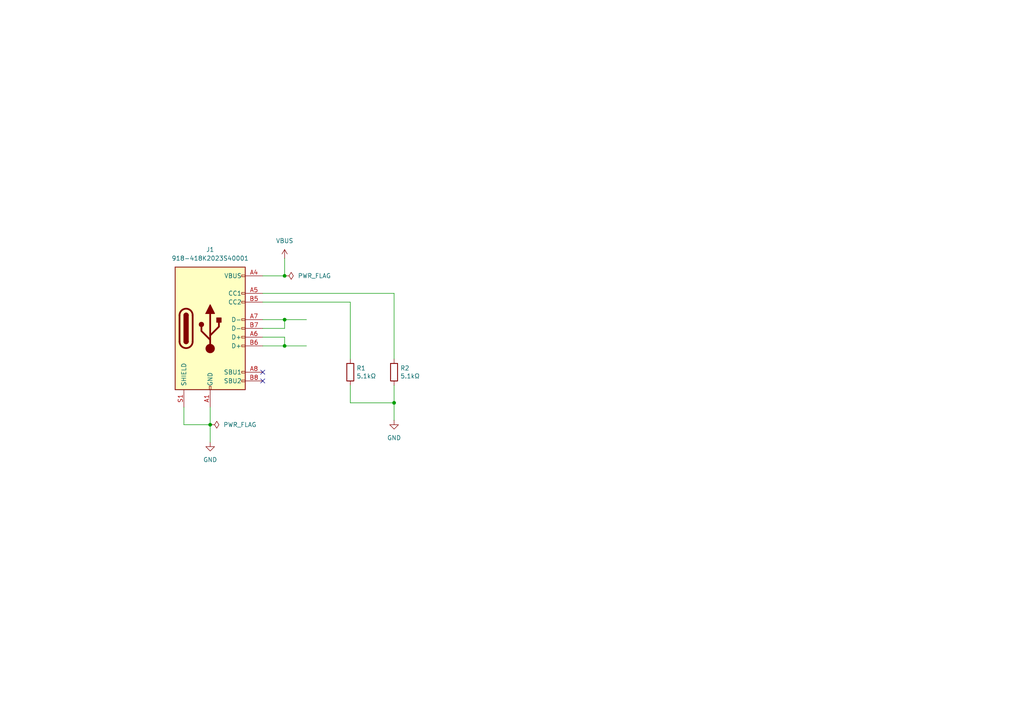
<source format=kicad_sch>
(kicad_sch (version 20250114) (generator "eeschema") (generator_version "9.0")
  (paper "A4")
  (lib_symbols
    (symbol "Connector:USB_C_Receptacle_USB2.0_16P" (pin_names (offset 1.016))
      (property "Reference" "J" (at 0 22.225 0))
      (property "Value" "USB_C_Receptacle_USB2.0_16P" (at 0 19.685 0))
      (symbol "USB_C_Receptacle_USB2.0_16P_0_0"
        (rectangle (start -0.254 -17.78) (end 0.254 -16.764))
        (rectangle (start 10.16 15.494) (end 9.144 14.986))
        (rectangle (start 10.16 10.414) (end 9.144 9.906))
        (rectangle (start 10.16 7.874) (end 9.144 7.366))
        (rectangle (start 10.16 2.794) (end 9.144 2.286))
        (rectangle (start 10.16 0.254) (end 9.144 -0.254))
        (rectangle (start 10.16 -2.286) (end 9.144 -2.794))
        (rectangle (start 10.16 -4.826) (end 9.144 -5.334))
        (rectangle (start 10.16 -12.446) (end 9.144 -12.954))
        (rectangle (start 10.16 -14.986) (end 9.144 -15.494))
      )
      (symbol "USB_C_Receptacle_USB2.0_16P_0_1"
        (rectangle (start -10.16 17.78) (end 10.16 -17.78) (stroke (width 0.254)) (fill (type background)))
        (polyline (pts (xy -8.89 -3.81) (xy -8.89 3.81)) (stroke (width 0.508)))
        (rectangle (start -7.62 -3.81) (end -6.35 3.81) (stroke (width 0.254)) (fill (type outline)))
        (arc (start -7.62 3.81) (mid -6.985 4.4423) (end -6.35 3.81) (stroke (width 0.254)))
        (arc (start -7.62 3.81) (mid -6.985 4.4423) (end -6.35 3.81) (stroke (width 0.254)) (fill (type outline)))
        (arc (start -8.89 3.81) (mid -6.985 5.7067) (end -5.08 3.81) (stroke (width 0.508)))
        (arc (start -5.08 -3.81) (mid -6.985 -5.7067) (end -8.89 -3.81) (stroke (width 0.508)))
        (arc (start -6.35 -3.81) (mid -6.985 -4.4423) (end -7.62 -3.81) (stroke (width 0.254)))
        (arc (start -6.35 -3.81) (mid -6.985 -4.4423) (end -7.62 -3.81) (stroke (width 0.254)) (fill (type outline)))
        (polyline (pts (xy -5.08 3.81) (xy -5.08 -3.81)) (stroke (width 0.508)))
        (circle (center -2.54 1.143) (radius 0.635) (stroke (width 0.254)) (fill (type outline)))
        (polyline (pts (xy -1.27 4.318) (xy 0 6.858) (xy 1.27 4.318) (xy -1.27 4.318)) (stroke (width 0.254)) (fill (type outline)))
        (polyline (pts (xy 0 -2.032) (xy 2.54 0.508) (xy 2.54 1.778)) (stroke (width 0.508)))
        (polyline (pts (xy 0 -3.302) (xy -2.54 -0.762) (xy -2.54 0.508)) (stroke (width 0.508)))
        (polyline (pts (xy 0 -5.842) (xy 0 4.318)) (stroke (width 0.508)))
        (circle (center 0 -5.842) (radius 1.27) (fill (type outline)))
        (rectangle (start 1.905 1.778) (end 3.175 3.048) (stroke (width 0.254)) (fill (type outline)))
      )
      (symbol "USB_C_Receptacle_USB2.0_16P_1_1"
        (pin passive line (at -7.62 -22.86 90) (length 5.08) (name "SHIELD") (number "S1"))
        (pin passive line (at 0 -22.86 90) (length 5.08) (name "GND") (number "A1"))
        (pin passive line (at 0 -22.86 90) (length 5.08) (hide yes) (name "GND") (number "A12"))
        (pin passive line (at 0 -22.86 90) (length 5.08) (hide yes) (name "GND") (number "B1"))
        (pin passive line (at 0 -22.86 90) (length 5.08) (hide yes) (name "GND") (number "B12"))
        (pin passive line (at 15.24 15.24 180) (length 5.08) (name "VBUS") (number "A4"))
        (pin passive line (at 15.24 15.24 180) (length 5.08) (hide yes) (name "VBUS") (number "A9"))
        (pin passive line (at 15.24 15.24 180) (length 5.08) (hide yes) (name "VBUS") (number "B4"))
        (pin passive line (at 15.24 15.24 180) (length 5.08) (hide yes) (name "VBUS") (number "B9"))
        (pin bidirectional line (at 15.24 10.16 180) (length 5.08) (name "CC1") (number "A5"))
        (pin bidirectional line (at 15.24 7.62 180) (length 5.08) (name "CC2") (number "B5"))
        (pin bidirectional line (at 15.24 2.54 180) (length 5.08) (name "D-") (number "A7"))
        (pin bidirectional line (at 15.24 0 180) (length 5.08) (name "D-") (number "B7"))
        (pin bidirectional line (at 15.24 -2.54 180) (length 5.08) (name "D+") (number "A6"))
        (pin bidirectional line (at 15.24 -5.08 180) (length 5.08) (name "D+") (number "B6"))
        (pin bidirectional line (at 15.24 -12.7 180) (length 5.08) (name "SBU1") (number "A8"))
        (pin bidirectional line (at 15.24 -15.24 180) (length 5.08) (name "SBU2") (number "B8"))
      )
    )
    (symbol "Device:R" (pin_numbers (hide yes)) (pin_names (offset 0))
      (property "Reference" "R" (at 2.032 0 90))
      (property "Value" "R" (at 0 0 90))
      (symbol "R_0_1"
        (rectangle (start -1.016 -2.54) (end 1.016 2.54) (stroke (width 0.254)))
      )
      (symbol "R_1_1"
        (pin passive line (at 0 3.81 270) (length 1.27) (name "~") (number "1"))
        (pin passive line (at 0 -3.81 90) (length 1.27) (name "~") (number "2"))
      )
    )
    (symbol "power:GND" (power) (pin_numbers (hide yes)) (pin_names (offset 0) (hide yes))
      (property "Value" "GND" (at 0 -3.81 0))
      (symbol "GND_0_1"
        (polyline (pts (xy 0 0) (xy 0 -1.27) (xy 1.27 -1.27) (xy 0 -2.54) (xy -1.27 -1.27) (xy 0 -1.27)))
      )
      (symbol "GND_1_1"
        (pin power_in line (at 0 0 270) (length 0) (name "~") (number "1"))
      )
    )
    (symbol "power:PWR_FLAG" (power) (pin_numbers (hide yes)) (pin_names (offset 0) (hide yes))
      (property "Value" "PWR_FLAG" (at 0 3.81 0))
      (symbol "PWR_FLAG_0_0"
        (pin power_out line (at 0 0 90) (length 0) (name "~") (number "1"))
      )
      (symbol "PWR_FLAG_0_1"
        (polyline (pts (xy 0 0) (xy 0 1.27) (xy -1.016 1.905) (xy 0 2.54) (xy 1.016 1.905) (xy 0 1.27)))
      )
    )
    (symbol "power:VBUS" (power) (pin_numbers (hide yes)) (pin_names (offset 0) (hide yes))
      (property "Value" "VBUS" (at 0 3.556 0))
      (symbol "VBUS_0_1"
        (polyline (pts (xy -0.762 1.27) (xy 0 2.54)))
        (polyline (pts (xy 0 2.54) (xy 0.762 1.27)))
        (polyline (pts (xy 0 0) (xy 0 2.54)))
      )
      (symbol "VBUS_1_1"
        (pin power_in line (at 0 0 90) (length 0) (name "~") (number "1"))
      )
    )
  )
  (junction (at 82.55 92.71))
  (junction (at 82.55 80.01))
  (junction (at 114.3 116.84))
  (junction (at 82.55 100.33))
  (junction (at 60.96 123.19))
  (no_connect (at 76.2 107.95))
  (no_connect (at 76.2 110.49))
  (wire (pts (xy 82.55 100.33) (xy 88.9 100.33)))
  (wire (pts (xy 114.3 116.84) (xy 114.3 121.92)))
  (wire (pts (xy 76.2 85.09) (xy 114.3 85.09)))
  (wire (pts (xy 76.2 92.71) (xy 82.55 92.71)))
  (wire (pts (xy 114.3 116.84) (xy 114.3 111.76)))
  (wire (pts (xy 82.55 80.01) (xy 76.2 80.01)))
  (wire (pts (xy 60.96 123.19) (xy 60.96 128.27)))
  (wire (pts (xy 82.55 74.93) (xy 82.55 80.01)))
  (wire (pts (xy 101.6 111.76) (xy 101.6 116.84)))
  (wire (pts (xy 82.55 92.71) (xy 88.9 92.71)))
  (wire (pts (xy 60.96 118.11) (xy 60.96 123.19)))
  (wire (pts (xy 76.2 87.63) (xy 101.6 87.63)))
  (wire (pts (xy 82.55 95.25) (xy 76.2 95.25)))
  (wire (pts (xy 76.2 100.33) (xy 82.55 100.33)))
  (wire (pts (xy 82.55 92.71) (xy 82.55 95.25)))
  (wire (pts (xy 76.2 97.79) (xy 82.55 97.79)))
  (wire (pts (xy 101.6 116.84) (xy 114.3 116.84)))
  (wire (pts (xy 114.3 85.09) (xy 114.3 104.14)))
  (wire (pts (xy 53.34 118.11) (xy 53.34 123.19)))
  (wire (pts (xy 82.55 97.79) (xy 82.55 100.33)))
  (wire (pts (xy 101.6 87.63) (xy 101.6 104.14)))
  (wire (pts (xy 53.34 123.19) (xy 60.96 123.19)))
  (symbol (lib_id "power:PWR_FLAG") (at 60.96 123.19 270) (unit 1)
    (property "Reference" "#FLG02" (effects (hide yes)))
    (property "Value" "PWR_FLAG" (at 64.77 123.1899 90) (effects (justify left)))
    (property "Description" "Special symbol for telling ERC where power comes from" (effects (hide yes)))
  )
  (symbol (lib_id "Connector:USB_C_Receptacle_USB2.0_16P") (at 60.96 95.25 0) (unit 1)
    (property "Reference" "J1" (at 60.96 72.39 0))
    (property "Value" "918-418K2023S40001" (at 60.96 74.93 0))
    (property "Footprint" "Connector_USB:USB_C_Receptacle_GCT_USB4105-xx-A_16P_TopMnt_Horizontal" (effects (hide yes)))
    (property "Datasheet" "https://www.usb.org/sites/default/files/documents/usb_type-c.zip" (effects (hide yes)))
    (property "Description" "USB 2.0-only 16P Type-C Receptacle connector" (effects (hide yes)))
    (property "LCSC" "C167321" (effects (hide yes)))
    (property "Part_number" "918-418K2023S40001" (effects (hide yes)))
  )
  (symbol (lib_id "power:VBUS") (at 82.55 74.93 0) (unit 1)
    (property "Reference" "#PWR01" (effects (hide yes)))
    (property "Value" "VBUS" (at 82.55 69.85 0))
    (property "Description" "Power symbol creates a global label with name \"VBUS\"" (effects (hide yes)))
  )
  (symbol (lib_id "power:PWR_FLAG") (at 82.55 80.01 270) (unit 1)
    (property "Reference" "#FLG01" (effects (hide yes)))
    (property "Value" "PWR_FLAG" (at 86.36 80.0099 90) (effects (justify left)))
    (property "Description" "Special symbol for telling ERC where power comes from" (effects (hide yes)))
  )
  (symbol (lib_id "power:GND") (at 60.96 128.27 0) (unit 1)
    (property "Reference" "#PWR03" (effects (hide yes)))
    (property "Value" "GND" (at 60.96 133.35 0))
    (property "Description" "Power symbol creates a global label with name \"GND\" , ground" (effects (hide yes)))
  )
  (symbol (lib_id "power:GND") (at 114.3 121.92 0) (unit 1)
    (property "Reference" "#PWR02" (effects (hide yes)))
    (property "Value" "GND" (at 114.3 127 0))
    (property "Description" "Power symbol creates a global label with name \"GND\" , ground" (effects (hide yes)))
  )
  (symbol (lib_id "Device:R") (at 114.3 107.95 0) (unit 1)
    (property "Reference" "R2" (at 116.078 106.7816 0) (effects (justify left)))
    (property "Value" "5.1kΩ" (at 116.078 109.093 0) (effects (justify left)))
    (property "Footprint" "Resistor_SMD:R_0402_1005Metric_Pad0.72x0.64mm_HandSolder" (effects (hide yes)))
    (property "Datasheet" "https://www.lcsc.com/datasheet/lcsc_datasheet_2304140030_YAGEO-RC0402FR-075K1L_C105872.pdf" (effects (hide yes)))
    (property "Part_number" "RC0402FR-075K1L" (effects (hide yes)))
    (property "LCSC" "C105872" (effects (hide yes)))
  )
  (symbol (lib_id "Device:R") (at 101.6 107.95 0) (unit 1)
    (property "Reference" "R1" (at 103.378 106.7816 0) (effects (justify left)))
    (property "Value" "5.1kΩ" (at 103.378 109.093 0) (effects (justify left)))
    (property "Footprint" "Resistor_SMD:R_0402_1005Metric_Pad0.72x0.64mm_HandSolder" (effects (hide yes)))
    (property "Datasheet" "https://www.lcsc.com/datasheet/lcsc_datasheet_2304140030_YAGEO-RC0402FR-075K1L_C105872.pdf" (effects (hide yes)))
    (property "Part_number" "RC0402FR-075K1L" (effects (hide yes)))
    (property "LCSC" "C105872" (effects (hide yes)))
  )
)
</source>
